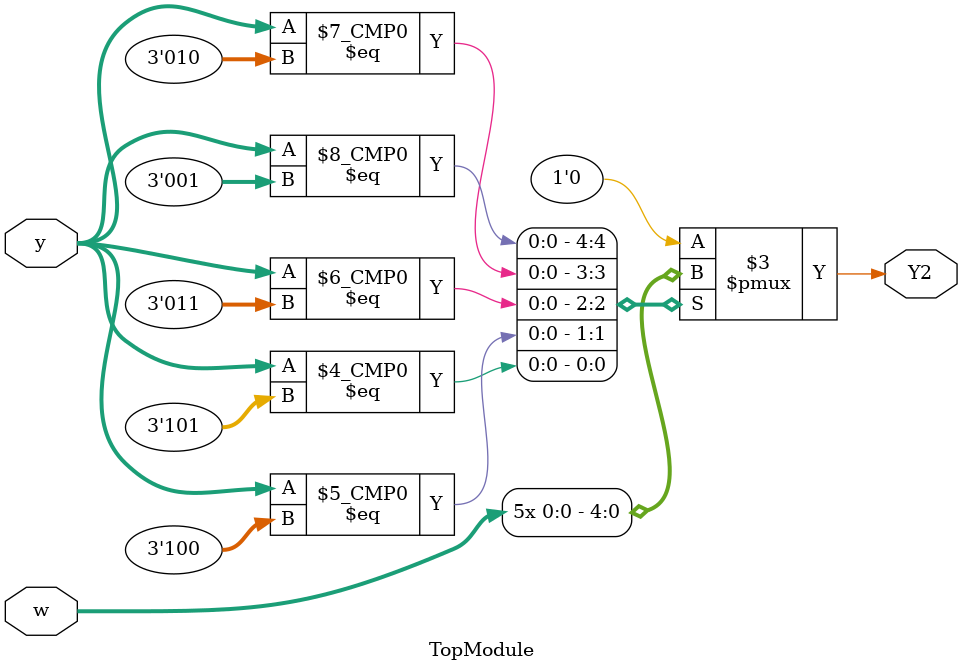
<source format=sv>

module TopModule (
  input [3:1] y,
  input w,
  output reg Y2
);
always @(*) begin
  case(y)
    3'b000: Y2 = 0; // A -> B (0) or A (1), both require y[2] = 0
    3'b001: Y2 = w; // B -> C (0) or D (1), depends on w
    3'b010: Y2 = w; // C -> E (0) or D (1), depends on w
    3'b011: Y2 = w; // D -> F (0) or A (1), directly depends on w
    3'b100: Y2 = w; // E stays E (0) or goes to D (1), depends on w
    3'b101: Y2 = w; // F -> C (0) or D (1), depends on w
    default: Y2 = 0; // Default case, should not occur
  endcase
end

endmodule

</source>
